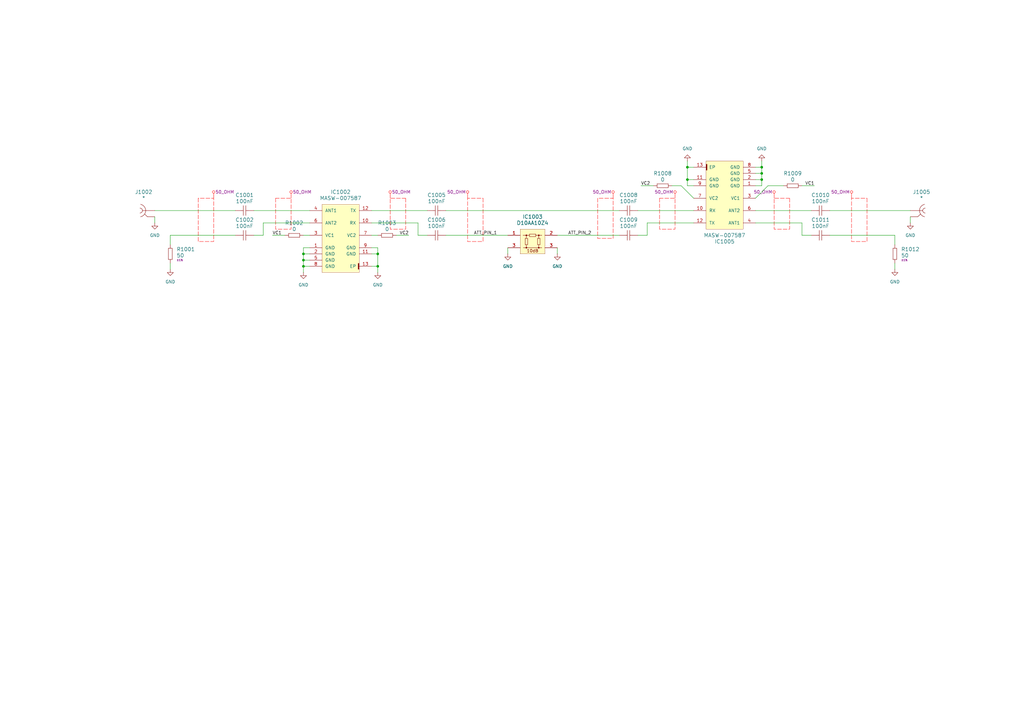
<source format=kicad_sch>
(kicad_sch (version 20250114) (generator "eeschema") (generator_version "9.0")
  (paper "A3")
  (lib_symbols
    (symbol "Analog & Interface/D10AA10Z4_1" (pin_names (offset 1.27) (hide yes))
      (property "Reference" "IC" (at 5.08 1.27 0))
      (property "Value" "${DEVICE}" (at 5.08 -11.43 0))
      (symbol "Analog & Interface/D10AA10Z4_1_1_0"
        (polyline (pts (xy 1.143 -2.54) (xy 2.54 -2.54)))
        (polyline (pts (xy 2.032 -6.35) (xy 2.032 -3.81)))
        (polyline (pts (xy 2.54 -2.54) (xy 2.54 -3.81)))
        (polyline (pts (xy 2.54 -2.54) (xy 3.81 -2.54)))
        (circle (center 2.54 -2.54) (radius 0.254) (fill (type outline)))
        (polyline (pts (xy 2.54 -6.35) (xy 2.54 -7.62)))
        (circle (center 2.54 -7.62) (radius 0.254) (fill (type outline)))
        (polyline (pts (xy 3.048 -3.81) (xy 2.032 -3.81)))
        (polyline (pts (xy 3.048 -6.35) (xy 2.032 -6.35)))
        (polyline (pts (xy 3.048 -6.35) (xy 3.048 -3.81)))
        (polyline (pts (xy 3.81 -2.032) (xy 6.35 -2.032)))
        (polyline (pts (xy 3.81 -3.048) (xy 3.81 -2.032)))
        (polyline (pts (xy 3.81 -3.048) (xy 6.35 -3.048)))
        (polyline (pts (xy 6.35 -2.54) (xy 7.62 -2.54)))
        (polyline (pts (xy 6.35 -3.048) (xy 6.35 -2.032)))
        (polyline (pts (xy 7.112 -6.35) (xy 7.112 -3.81)))
        (polyline (pts (xy 7.493 -2.54) (xy 8.89 -2.54)))
        (polyline (pts (xy 7.62 -2.54) (xy 7.62 -3.81)))
        (circle (center 7.62 -2.54) (radius 0.254) (fill (type outline)))
        (polyline (pts (xy 7.62 -6.35) (xy 7.62 -7.62)))
        (circle (center 7.62 -7.62) (radius 0.254) (fill (type outline)))
        (polyline (pts (xy 8.128 -3.81) (xy 7.112 -3.81)))
        (polyline (pts (xy 8.128 -6.35) (xy 7.112 -6.35)))
        (polyline (pts (xy 8.128 -6.35) (xy 8.128 -3.81)))
        (polyline (pts (xy 8.89 -7.62) (xy 1.27 -7.62)))
        (rectangle (start 10.16 0) (end 0 -10.16) (stroke (width 0.0254) (color 128 0 0 1)) (fill (type background)))
        (text "10dB" (at 5.08 -8.89 0) (effects (font (size 1.2192 1.2192))))
        (pin bidirectional line (at -5.08 -2.54 0) (length 5.08) (name "IN") (number "1"))
        (pin passive line (at -5.08 -7.62 0) (length 5.08) (name "GND") (number "3"))
        (pin bidirectional line (at 15.24 -2.54 180) (length 5.08) (name "OUT") (number "2"))
        (pin passive line (at 15.24 -7.62 180) (length 5.08) (name "GND") (number "3"))
      )
    )
    (symbol "CERN:AMPHENOL/AMPHENOL_132203" (pin_numbers (hide yes)) (pin_names (offset 1.27) (hide yes))
      (property "Reference" "J" (at -6.858 0 0))
      (property "Value" "*" (at -3.048 -3.81 0))
      (symbol "AMPHENOL/AMPHENOL_132203_1_0"
        (arc (start -5.8425 2.5398) (mid -3.76 0) (end -5.8425 -2.5398))
        (arc (start -6.096 1.016) (mid -5.08 0) (end -6.096 -1.016))
        (polyline (pts (xy -3.048 -2.54) (xy -4.115 -1.473)))
        (pin bidirectional line (at 0 0 180) (length 5.08) (name "1") (number "1"))
        (pin bidirectional line (at 0 -2.54 180) (length 3.048) (name "2") (number "2"))
      )
    )
    (symbol "CERN:Analog & Interface/MASW-007587" (pin_names (offset 1.27))
      (property "Reference" "IC" (at 7.62 1.27 0))
      (property "Value" "${DEVICE}" (at 7.62 -29.21 0))
      (symbol "Analog & Interface/MASW-007587_1_0"
        (rectangle (start 15.24 0) (end 0 -27.94) (stroke (width 0.0254) (color 128 0 0 1)) (fill (type background)))
        (rectangle (start 15.24 -24.13) (end 14.732 -26.67) (stroke (width -0.0001) (color 128 0 0 1)) (fill (type outline)))
        (pin bidirectional line (at -5.08 -2.54 0) (length 5.08) (name "ANT1") (number "4"))
        (pin bidirectional line (at -5.08 -7.62 0) (length 5.08) (name "ANT2") (number "6"))
        (pin power_in line (at -5.08 -12.7 0) (length 5.08) (name "VC1") (number "3"))
        (pin power_in line (at -5.08 -17.78 0) (length 5.08) (name "GND") (number "1"))
        (pin power_in line (at -5.08 -20.32 0) (length 5.08) (name "GND") (number "2"))
        (pin power_in line (at -5.08 -22.86 0) (length 5.08) (name "GND") (number "5"))
        (pin power_in line (at -5.08 -25.4 0) (length 5.08) (name "GND") (number "8"))
        (pin input line (at 20.32 -2.54 180) (length 5.08) (name "TX") (number "12"))
        (pin input line (at 20.32 -7.62 180) (length 5.08) (name "RX") (number "10"))
        (pin power_in line (at 20.32 -12.7 180) (length 5.08) (name "VC2") (number "7"))
        (pin power_in line (at 20.32 -17.78 180) (length 5.08) (name "GND") (number "9"))
        (pin power_in line (at 20.32 -20.32 180) (length 5.08) (name "GND") (number "11"))
        (pin power_in line (at 20.32 -25.4 180) (length 5.08) (name "EP") (number "13"))
      )
    )
    (symbol "CERN:Capacitors SMD/CC0402_100NF_50V_10%_X7R" (pin_numbers (hide yes)) (pin_names (offset 1.27) (hide yes))
      (property "Reference" "C" (at 3.81 3.048 0))
      (property "Value" "100nF" (at 3.81 -3.048 0))
      (symbol "Capacitors SMD/CC0402_100NF_50V_10%_X7R_1_0"
        (polyline (pts (xy 2.54 0) (xy 3.302 0)))
        (polyline (pts (xy 3.302 -2.032) (xy 3.302 2.032)))
        (polyline (pts (xy 4.318 2.032) (xy 4.318 -2.032)))
        (polyline (pts (xy 5.08 0) (xy 4.318 0)))
        (pin passive line (at 0 0 0) (length 2.54) (name "1") (number "1"))
        (pin passive line (at 7.62 0 180) (length 2.54) (name "2") (number "2"))
      )
    )
    (symbol "CERN:Resistors SMD/R0603_0R_JUMPER" (pin_numbers (hide yes)) (pin_names (offset 1.27) (hide yes))
      (property "Reference" "R" (at 3.81 1.778 0))
      (property "Value" "0" (at 3.81 -1.778 0))
      (symbol "Resistors SMD/R0603_0R_JUMPER_1_0"
        (polyline (pts (xy 1.524 0.762) (xy 1.524 -0.762)))
        (polyline (pts (xy 1.524 -0.762) (xy 6.096 -0.762)))
        (polyline (pts (xy 6.096 0.762) (xy 1.524 0.762)))
        (polyline (pts (xy 6.096 -0.762) (xy 6.096 0.762)))
        (pin passive line (at 0 0 0) (length 1.524) (name "1") (number "1"))
        (pin passive line (at 7.62 0 180) (length 1.524) (name "2") (number "2"))
      )
    )
    (symbol "CERN:Resistors SMD/R0603_50R_1%_0.1W_100PPM" (pin_numbers (hide yes)) (pin_names (offset 1.27) (hide yes))
      (property "Reference" "R" (at 3.81 1.778 0))
      (property "Value" "50" (at 3.81 -1.778 0))
      (property "Tolerance" "±1%" (at 3.81 0 0))
      (symbol "Resistors SMD/R0603_50R_1%_0.1W_100PPM_1_0"
        (polyline (pts (xy 1.524 0.762) (xy 1.524 -0.762)))
        (polyline (pts (xy 1.524 -0.762) (xy 6.096 -0.762)))
        (polyline (pts (xy 6.096 0.762) (xy 1.524 0.762)))
        (polyline (pts (xy 6.096 -0.762) (xy 6.096 0.762)))
        (pin passive line (at 0 0 0) (length 1.524) (name "1") (number "1"))
        (pin passive line (at 7.62 0 180) (length 1.524) (name "2") (number "2"))
      )
    )
    (symbol "power:GND" (power) (pin_numbers (hide yes)) (pin_names (offset 0) (hide yes))
      (property "Value" "GND" (at 0 -3.81 0))
      (symbol "GND_0_1"
        (polyline (pts (xy 0 0) (xy 0 -1.27) (xy 1.27 -1.27) (xy 0 -2.54) (xy -1.27 -1.27) (xy 0 -1.27)))
      )
      (symbol "GND_1_1"
        (pin power_in line (at 0 0 270) (length 0) (name "~") (number "1"))
      )
    )
  )
  (junction (at 312.42 68.58))
  (junction (at 312.42 71.12))
  (junction (at 281.94 68.58))
  (junction (at 124.46 106.68))
  (junction (at 124.46 109.22))
  (junction (at 154.94 109.22))
  (junction (at 154.94 104.14))
  (junction (at 281.94 73.66))
  (junction (at 124.46 104.14))
  (junction (at 312.42 73.66))
  (wire (pts (xy 171.45 96.52) (xy 171.45 91.44)))
  (wire (pts (xy 367.03 107.95) (xy 367.03 110.49)))
  (wire (pts (xy 312.42 68.58) (xy 312.42 66.04)))
  (wire (pts (xy 104.14 86.36) (xy 127 86.36)))
  (wire (pts (xy 367.03 96.52) (xy 367.03 100.33)))
  (wire (pts (xy 284.48 68.58) (xy 281.94 68.58)))
  (wire (pts (xy 228.6 96.52) (xy 254 96.52)))
  (wire (pts (xy 104.14 96.52) (xy 107.95 96.52)))
  (wire (pts (xy 334.01 76.2) (xy 328.93 76.2)))
  (wire (pts (xy 171.45 91.44) (xy 152.4 91.44)))
  (wire (pts (xy 279.4 76.2) (xy 284.48 81.28)))
  (wire (pts (xy 367.03 96.52) (xy 340.36 96.52)))
  (wire (pts (xy 69.85 96.52) (xy 96.52 96.52)))
  (wire (pts (xy 312.42 68.58) (xy 309.88 68.58)))
  (wire (pts (xy 314.96 76.2) (xy 309.88 81.28)))
  (wire (pts (xy 152.4 101.6) (xy 154.94 101.6)))
  (wire (pts (xy 124.46 106.68) (xy 124.46 109.22)))
  (wire (pts (xy 332.74 96.52) (xy 328.93 96.52)))
  (wire (pts (xy 265.43 91.44) (xy 284.48 91.44)))
  (wire (pts (xy 63.5 86.36) (xy 96.52 86.36)))
  (wire (pts (xy 328.93 96.52) (xy 328.93 91.44)))
  (wire (pts (xy 284.48 76.2) (xy 281.94 76.2)))
  (wire (pts (xy 281.94 73.66) (xy 281.94 68.58)))
  (wire (pts (xy 69.85 107.95) (xy 69.85 110.49)))
  (wire (pts (xy 312.42 76.2) (xy 312.42 73.66)))
  (wire (pts (xy 328.93 91.44) (xy 309.88 91.44)))
  (wire (pts (xy 154.94 109.22) (xy 154.94 111.76)))
  (wire (pts (xy 373.38 88.9) (xy 373.38 91.44)))
  (wire (pts (xy 63.5 88.9) (xy 63.5 91.44)))
  (wire (pts (xy 107.95 91.44) (xy 127 91.44)))
  (wire (pts (xy 124.46 101.6) (xy 124.46 104.14)))
  (wire (pts (xy 152.4 96.52) (xy 154.94 96.52)))
  (wire (pts (xy 312.42 73.66) (xy 309.88 73.66)))
  (wire (pts (xy 124.46 96.52) (xy 127 96.52)))
  (wire (pts (xy 124.46 106.68) (xy 127 106.68)))
  (wire (pts (xy 265.43 96.52) (xy 265.43 91.44)))
  (wire (pts (xy 261.62 86.36) (xy 284.48 86.36)))
  (wire (pts (xy 124.46 109.22) (xy 127 109.22)))
  (wire (pts (xy 124.46 109.22) (xy 124.46 111.76)))
  (wire (pts (xy 111.76 96.52) (xy 116.84 96.52)))
  (wire (pts (xy 162.56 96.52) (xy 167.64 96.52)))
  (wire (pts (xy 182.88 86.36) (xy 254 86.36)))
  (wire (pts (xy 152.4 104.14) (xy 154.94 104.14)))
  (wire (pts (xy 69.85 96.52) (xy 69.85 100.33)))
  (wire (pts (xy 152.4 109.22) (xy 154.94 109.22)))
  (wire (pts (xy 208.28 101.6) (xy 208.28 104.14)))
  (wire (pts (xy 175.26 86.36) (xy 152.4 86.36)))
  (wire (pts (xy 154.94 104.14) (xy 154.94 109.22)))
  (wire (pts (xy 182.88 96.52) (xy 208.28 96.52)))
  (wire (pts (xy 309.88 76.2) (xy 312.42 76.2)))
  (wire (pts (xy 127 101.6) (xy 124.46 101.6)))
  (wire (pts (xy 281.94 76.2) (xy 281.94 73.66)))
  (wire (pts (xy 314.96 76.2) (xy 321.31 76.2)))
  (wire (pts (xy 175.26 96.52) (xy 171.45 96.52)))
  (wire (pts (xy 267.97 76.2) (xy 262.89 76.2)))
  (wire (pts (xy 124.46 104.14) (xy 127 104.14)))
  (wire (pts (xy 312.42 73.66) (xy 312.42 71.12)))
  (wire (pts (xy 124.46 104.14) (xy 124.46 106.68)))
  (wire (pts (xy 228.6 101.6) (xy 228.6 104.14)))
  (wire (pts (xy 373.38 86.36) (xy 340.36 86.36)))
  (wire (pts (xy 312.42 71.12) (xy 309.88 71.12)))
  (wire (pts (xy 312.42 71.12) (xy 312.42 68.58)))
  (wire (pts (xy 107.95 96.52) (xy 107.95 91.44)))
  (wire (pts (xy 332.74 86.36) (xy 309.88 86.36)))
  (wire (pts (xy 281.94 68.58) (xy 281.94 66.04)))
  (wire (pts (xy 261.62 96.52) (xy 265.43 96.52)))
  (wire (pts (xy 154.94 101.6) (xy 154.94 104.14)))
  (wire (pts (xy 284.48 73.66) (xy 281.94 73.66)))
  (wire (pts (xy 275.59 76.2) (xy 279.4 76.2)))
  (label "ATT_PIN_1" (at 194.31 96.52 0))
  (label "ATT_PIN_2" (at 242.57 96.52 180))
  (label "VC2" (at 167.64 96.52 180))
  (label "VC1" (at 111.76 96.52 0))
  (label "VC1" (at 334.01 76.2 180))
  (label "VC2" (at 262.89 76.2 0))
  (rule_area (polyline (pts (xy 198.12 81.28) (xy 198.12 99.06) (xy 191.77 99.06) (xy 191.77 81.28)) (stroke (width 0) (type dash))))
  (rule_area (polyline (pts (xy 113.03 81.28) (xy 113.03 93.98) (xy 119.38 93.98) (xy 119.38 81.28)) (stroke (width 0) (type dash))))
  (rule_area (polyline (pts (xy 323.85 81.28) (xy 323.85 93.98) (xy 317.5 93.98) (xy 317.5 81.28)) (stroke (width 0) (type dash))))
  (rule_area (polyline (pts (xy 270.51 81.28) (xy 270.51 93.98) (xy 276.86 93.98) (xy 276.86 81.28)) (stroke (width 0) (type dash))))
  (rule_area (polyline (pts (xy 245.11 81.28) (xy 245.11 97.79) (xy 251.46 97.79) (xy 251.46 81.28)) (stroke (width 0) (type dash))))
  (rule_area (polyline (pts (xy 355.6 81.28) (xy 355.6 99.06) (xy 349.25 99.06) (xy 349.25 81.28)) (stroke (width 0) (type dash))))
  (rule_area (polyline (pts (xy 81.28 81.28) (xy 81.28 99.06) (xy 87.63 99.06) (xy 87.63 81.28)) (stroke (width 0) (type dash))))
  (rule_area (polyline (pts (xy 166.37 81.28) (xy 166.37 93.98) (xy 160.02 93.98) (xy 160.02 81.28)) (stroke (width 0) (type dash))))
  (netclass_flag "" (length 2.54) (shape round) (at 251.46 81.28 0) (property "Netclass" "50_OHM" (at 250.7615 78.74 0) (effects (justify right))))
  (netclass_flag "" (length 2.54) (shape round) (at 191.77 81.28 0) (property "Netclass" "50_OHM" (at 191.0715 78.74 0) (effects (justify right))))
  (netclass_flag "" (length 2.54) (shape round) (at 317.5 81.28 0) (property "Netclass" "50_OHM" (at 316.8015 78.74 0) (effects (justify right))))
  (netclass_flag "" (length 2.54) (shape round) (at 349.25 81.28 0) (property "Netclass" "50_OHM" (at 348.5515 78.74 0) (effects (justify right))))
  (netclass_flag "" (length 2.54) (shape round) (at 87.63 81.28 0) (property "Netclass" "50_OHM" (at 88.3285 78.74 0) (effects (justify left))))
  (netclass_flag "" (length 2.54) (shape round) (at 276.86 81.28 0) (property "Netclass" "50_OHM" (at 276.1615 78.74 0) (effects (justify right))))
  (netclass_flag "" (length 2.54) (shape round) (at 160.02 81.28 0) (property "Netclass" "50_OHM" (at 160.7185 78.74 0) (effects (justify left))))
  (netclass_flag "" (length 2.54) (shape round) (at 119.38 81.28 0) (property "Netclass" "50_OHM" (at 120.0785 78.74 0) (effects (justify left))))
  (symbol (lib_id "CERN:Capacitors SMD/CC0402_100NF_50V_10%_X7R") (at 96.52 96.52 0) (unit 1)
    (property "Reference" "C1002" (at 100.33 90.17 0) (effects (font (size 1.524 1.524))))
    (property "Value" "100nF" (at 100.33 92.71 0) (effects (font (size 1.524 1.524))))
    (property "Footprint" "Capacitors SMD:CAPC1005X55N" (effects (hide yes)))
    (property "Datasheet" "${CERN_DATASHEET_DIR}\\CC0402_MURATA_GRM155R71H104KE14D.pdf" (effects (hide yes)))
    (property "Description" "SMD Multilayer Chip Ceramic Capacitor" (effects (hide yes)))
    (property "Manufacturer" "GENERIC" (effects (hide yes)))
    (property "Part Number" "CC0402_100NF_50V_10%_X7R" (effects (hide yes)))
    (property "Comment" "100nF" (effects (hide yes)))
    (property "Component Kind" "Standard" (effects (hide yes)))
    (property "Component Type" "Standard" (effects (hide yes)))
    (property "Pin Count" "2" (effects (hide yes)))
    (property "Status" "None" (effects (hide yes)))
    (property "Voltage" "50V" (effects (hide yes)))
    (property "TC" "X7R" (effects (hide yes)))
    (property "Tolerance" "±10%" (effects (hide yes)))
    (property "Part Description" "SMD Multilayer Chip Ceramic Capacitor" (effects (hide yes)))
    (property "Manufacturer Part Number" "CC0402_100NF_50V_10%_X7R" (effects (hide yes)))
    (property "Case" "0402" (effects (hide yes)))
    (property "Mounted" "Yes" (effects (hide yes)))
    (property "Socket" "No" (effects (hide yes)))
    (property "SMD" "Yes" (effects (hide yes)))
    (property "Sense" "No" (effects (hide yes)))
    (property "Manufacturer1 Example" "MURATA" (effects (hide yes)))
    (property "Manufacturer1 Part Number" "GRM155R71H104KE14D" (effects (hide yes)))
    (property "Manufacturer1 ComponentHeight" "0.55mm" (effects (hide yes)))
    (property "HelpURL" "\\\\cern.ch\\dfs\\Applications\\Altium\\Datasheets\\CC0402_MURATA_GRM155R71H104KE14D.pdf" (effects (hide yes)))
    (property "Author" "CERN DEM MR" (effects (hide yes)))
    (property "CreateDate" "2017-06-30 00:00:00 +0000" (effects (hide yes)))
    (property "LatestRevisionDate" "2017-06-30 00:00:00 +0000" (effects (hide yes)))
    (property "LibSymbol" "Capacitors:Capacitor - non polarized" (effects (hide yes)))
    (property "LibFootprint" "Capacitors SMD:CAPC1005X55N" (effects (hide yes)))
    (property "Database Name" "Capacitors" (effects (hide yes)))
    (property "Database Table Name" "Capacitors SMD" (effects (hide yes)))
    (property "Part Number Nocolon" "CC0402_100NF_50V_10%_X7R" (effects (hide yes)))
  )
  (symbol (lib_id "CERN:Resistors SMD/R0603_50R_1%_0.1W_100PPM") (at 367.03 100.33 270) (unit 1)
    (property "Reference" "R1012" (at 369.57 102.2349 90) (effects (font (size 1.524 1.524)) (justify left)))
    (property "Value" "50" (at 369.57 104.7749 90) (effects (font (size 1.524 1.524)) (justify left)))
    (property "Footprint" "Resistors SMD:RESC1608X55N" (effects (hide yes)))
    (property "Datasheet" "${CERN_DATASHEET_DIR}\\R0603_VISHAY_CRCW e3.pdf" (effects (hide yes)))
    (property "Description" "General Purpose Thick Film Chip Resistor" (effects (hide yes)))
    (property "Tolerance" "±1%" (at 369.57 106.68 90) (effects (font (size 0.762 0.762)) (justify left)))
    (property "Manufacturer" "GENERIC" (effects (hide yes)))
    (property "Comment" "50" (effects (hide yes)))
    (property "Component Kind" "Standard" (effects (hide yes)))
    (property "Component Type" "Standard" (effects (hide yes)))
    (property "Pin Count" "2" (effects (hide yes)))
    (property "Status" "Preferred" (effects (hide yes)))
    (property "Power" "0.1W" (effects (hide yes)))
    (property "TC" "±100ppm/°C" (effects (hide yes)))
    (property "Part Description" "General Purpose Thick Film Chip Resistor" (effects (hide yes)))
    (property "Manufacturer Part Number" "R0603_50R_1%_0.1W_100PPM" (effects (hide yes)))
    (property "Case" "0603" (effects (hide yes)))
    (property "PressFit" "No" (effects (hide yes)))
    (property "Mounted" "Yes" (effects (hide yes)))
    (property "Sense" "No" (effects (hide yes)))
    (property "Socket" "No" (effects (hide yes)))
    (property "SMD" "Yes" (effects (hide yes)))
    (property "Manufacturer1 Example" "VISHAY" (effects (hide yes)))
    (property "Manufacturer1 Part Number" "CRCW060350R0FKEA" (effects (hide yes)))
    (property "Manufacturer1 ComponentHeight" "0.50mm" (effects (hide yes)))
    (property "HelpURL" "\\\\cern.ch\\dfs\\Applications\\Altium\\Datasheets\\R0603_VISHAY_CRCW e3.pdf" (effects (hide yes)))
    (property "Author" "CERN DEM MR" (effects (hide yes)))
    (property "CreateDate" "2017-09-08 00:00:00 +0000" (effects (hide yes)))
    (property "LatestRevisionDate" "2017-09-08 00:00:00 +0000" (effects (hide yes)))
    (property "LibSymbol" "Resistors:Resistor - 1%" (effects (hide yes)))
    (property "LibFootprint" "Resistors SMD:RESC1608X55N" (effects (hide yes)))
  )
  (symbol (lib_id "power:GND") (at 367.03 110.49 0) (unit 1)
    (property "Reference" "#PWR01033" (effects (hide yes)))
    (property "Value" "GND" (at 367.03 115.57 0))
    (property "Description" "Power symbol creates a global label with name \"GND\" , ground" (effects (hide yes)))
  )
  (symbol (lib_id "CERN:AMPHENOL/AMPHENOL_132203") (at 63.5 86.36 0) (unit 1)
    (property "Reference" "J1002" (at 58.928 78.74 0) (effects (font (size 1.524 1.524))))
    (property "Value" "*" (at 58.928 81.28 0) (effects (font (size 1.524 1.524))))
    (property "Footprint" "AMPHENOL THD:AMPHENOL_132203" (effects (hide yes)))
    (property "Datasheet" "${CERN_DATASHEET_DIR}\\AMPHENOL_132203.pdf" (effects (hide yes)))
    (property "Description" "50 Ohms SMA Through Hole Right Angle PCB Jack" (effects (hide yes)))
    (property "Manufacturer" "AMPHENOL" (effects (hide yes)))
    (property "Comment" "SMA" (effects (hide yes)))
    (property "Component Kind" "Standard" (effects (hide yes)))
    (property "Component Type" "Standard" (effects (hide yes)))
    (property "Pin Count" "5" (effects (hide yes)))
    (property "Family" "SMA" (effects (hide yes)))
    (property "Mounted" "Yes" (effects (hide yes)))
    (property "Socket" "No" (effects (hide yes)))
    (property "SMD" "No" (effects (hide yes)))
    (property "PressFit" "No" (effects (hide yes)))
    (property "Sense" "No" (effects (hide yes)))
    (property "Status" "None" (effects (hide yes)))
    (property "Part Description" "50 Ohms SMA Through Hole Right Angle PCB Jack" (effects (hide yes)))
    (property "Manufacturer Part Number" "132203" (effects (hide yes)))
    (property "ComponentHeight" "10.44mm" (effects (hide yes)))
    (property "HelpURL" "\\\\cern.ch\\dfs\\Applications\\Altium\\Datasheets\\AMPHENOL_132203.pdf" (effects (hide yes)))
    (property "Author" "CERN DEM MR" (effects (hide yes)))
    (property "CreateDate" "2016-10-06 00:00:00 +0000" (effects (hide yes)))
    (property "LatestRevisionDate" "2016-10-06 00:00:00 +0000" (effects (hide yes)))
    (property "LibSymbol" "Connectors:Coax_1Female_1Shield" (effects (hide yes)))
    (property "LibFootprint" "AMPHENOL THD:AMPHENOL_132203" (effects (hide yes)))
  )
  (symbol (lib_id "CERN:Resistors SMD/R0603_0R_JUMPER") (at 116.84 96.52 0) (unit 1)
    (property "Reference" "R1002" (at 120.65 91.44 0) (effects (font (size 1.524 1.524))))
    (property "Value" "0" (at 120.65 93.98 0) (effects (font (size 1.524 1.524))))
    (property "Footprint" "Resistors SMD:RESC1608X55N" (effects (hide yes)))
    (property "Datasheet" "${CERN_DATASHEET_DIR}\\R0603_NIC_NRC.pdf" (effects (hide yes)))
    (property "Description" "1A (0.05R Max DC Resistance) Zero Ohm Jumper" (effects (hide yes)))
    (property "Manufacturer" "GENERIC" (effects (hide yes)))
    (property "Part Number" "R0603_0R_JUMPER" (effects (hide yes)))
    (property "Comment" "0" (effects (hide yes)))
    (property "Component Kind" "Standard" (effects (hide yes)))
    (property "Component Type" "Standard" (effects (hide yes)))
    (property "Pin Count" "2" (effects (hide yes)))
    (property "Status" "Preferred" (effects (hide yes)))
    (property "Part Description" "1A (0.05R Max DC Resistance) Zero Ohm Jumper" (effects (hide yes)))
    (property "Manufacturer Part Number" "R0603_0R_JUMPER" (effects (hide yes)))
    (property "Case" "0603" (effects (hide yes)))
    (property "PressFit" "No" (effects (hide yes)))
    (property "Mounted" "Yes" (effects (hide yes)))
    (property "Sense" "No" (effects (hide yes)))
    (property "Socket" "No" (effects (hide yes)))
    (property "SMD" "Yes" (effects (hide yes)))
    (property "Manufacturer1 Example" "NIC COMPONENT" (effects (hide yes)))
    (property "Manufacturer1 Part Number" "NRC06Z0" (effects (hide yes)))
    (property "Manufacturer1 ComponentHeight" "0.55mm" (effects (hide yes)))
    (property "HelpURL" "\\\\cern.ch\\dfs\\Applications\\Altium\\Datasheets\\R0603_NIC_NRC.pdf" (effects (hide yes)))
    (property "Author" "CERN DEM JLC" (effects (hide yes)))
    (property "CreateDate" "2007-12-03 00:00:00 +0000" (effects (hide yes)))
    (property "LatestRevisionDate" "2008-03-13 00:00:00 +0000" (effects (hide yes)))
    (property "LibSymbol" "Resistors:Resistor" (effects (hide yes)))
    (property "LibFootprint" "Resistors SMD:RESC1608X55N" (effects (hide yes)))
    (property "Database Name" "Resistors" (effects (hide yes)))
    (property "Database Table Name" "Resistors SMD" (effects (hide yes)))
    (property "Part Number Nocolon" "R0603_0R_JUMPER" (effects (hide yes)))
  )
  (symbol (lib_id "CERN:Resistors SMD/R0603_0R_JUMPER") (at 267.97 76.2 0) (unit 1)
    (property "Reference" "R1008" (at 271.78 71.12 0) (effects (font (size 1.524 1.524))))
    (property "Value" "0" (at 271.78 73.66 0) (effects (font (size 1.524 1.524))))
    (property "Footprint" "Resistors SMD:RESC1608X55N" (effects (hide yes)))
    (property "Datasheet" "${CERN_DATASHEET_DIR}\\R0603_NIC_NRC.pdf" (effects (hide yes)))
    (property "Description" "1A (0.05R Max DC Resistance) Zero Ohm Jumper" (effects (hide yes)))
    (property "Manufacturer" "GENERIC" (effects (hide yes)))
    (property "Part Number" "R0603_0R_JUMPER" (effects (hide yes)))
    (property "Comment" "0" (effects (hide yes)))
    (property "Component Kind" "Standard" (effects (hide yes)))
    (property "Component Type" "Standard" (effects (hide yes)))
    (property "Pin Count" "2" (effects (hide yes)))
    (property "Status" "Preferred" (effects (hide yes)))
    (property "Part Description" "1A (0.05R Max DC Resistance) Zero Ohm Jumper" (effects (hide yes)))
    (property "Manufacturer Part Number" "R0603_0R_JUMPER" (effects (hide yes)))
    (property "Case" "0603" (effects (hide yes)))
    (property "PressFit" "No" (effects (hide yes)))
    (property "Mounted" "Yes" (effects (hide yes)))
    (property "Sense" "No" (effects (hide yes)))
    (property "Socket" "No" (effects (hide yes)))
    (property "SMD" "Yes" (effects (hide yes)))
    (property "Manufacturer1 Example" "NIC COMPONENT" (effects (hide yes)))
    (property "Manufacturer1 Part Number" "NRC06Z0" (effects (hide yes)))
    (property "Manufacturer1 ComponentHeight" "0.55mm" (effects (hide yes)))
    (property "HelpURL" "\\\\cern.ch\\dfs\\Applications\\Altium\\Datasheets\\R0603_NIC_NRC.pdf" (effects (hide yes)))
    (property "Author" "CERN DEM JLC" (effects (hide yes)))
    (property "CreateDate" "2007-12-03 00:00:00 +0000" (effects (hide yes)))
    (property "LatestRevisionDate" "2008-03-13 00:00:00 +0000" (effects (hide yes)))
    (property "LibSymbol" "Resistors:Resistor" (effects (hide yes)))
    (property "LibFootprint" "Resistors SMD:RESC1608X55N" (effects (hide yes)))
    (property "Database Name" "Resistors" (effects (hide yes)))
    (property "Database Table Name" "Resistors SMD" (effects (hide yes)))
    (property "Part Number Nocolon" "R0603_0R_JUMPER" (effects (hide yes)))
  )
  (symbol (lib_id "CERN:Capacitors SMD/CC0402_100NF_50V_10%_X7R") (at 96.52 86.36 0) (unit 1)
    (property "Reference" "C1001" (at 100.33 80.01 0) (effects (font (size 1.524 1.524))))
    (property "Value" "100nF" (at 100.33 82.55 0) (effects (font (size 1.524 1.524))))
    (property "Footprint" "Capacitors SMD:CAPC1005X55N" (effects (hide yes)))
    (property "Datasheet" "${CERN_DATASHEET_DIR}\\CC0402_MURATA_GRM155R71H104KE14D.pdf" (effects (hide yes)))
    (property "Description" "SMD Multilayer Chip Ceramic Capacitor" (effects (hide yes)))
    (property "Manufacturer" "GENERIC" (effects (hide yes)))
    (property "Part Number" "CC0402_100NF_50V_10%_X7R" (effects (hide yes)))
    (property "Comment" "100nF" (effects (hide yes)))
    (property "Component Kind" "Standard" (effects (hide yes)))
    (property "Component Type" "Standard" (effects (hide yes)))
    (property "Pin Count" "2" (effects (hide yes)))
    (property "Status" "None" (effects (hide yes)))
    (property "Voltage" "50V" (effects (hide yes)))
    (property "TC" "X7R" (effects (hide yes)))
    (property "Tolerance" "±10%" (effects (hide yes)))
    (property "Part Description" "SMD Multilayer Chip Ceramic Capacitor" (effects (hide yes)))
    (property "Manufacturer Part Number" "CC0402_100NF_50V_10%_X7R" (effects (hide yes)))
    (property "Case" "0402" (effects (hide yes)))
    (property "Mounted" "Yes" (effects (hide yes)))
    (property "Socket" "No" (effects (hide yes)))
    (property "SMD" "Yes" (effects (hide yes)))
    (property "Sense" "No" (effects (hide yes)))
    (property "Manufacturer1 Example" "MURATA" (effects (hide yes)))
    (property "Manufacturer1 Part Number" "GRM155R71H104KE14D" (effects (hide yes)))
    (property "Manufacturer1 ComponentHeight" "0.55mm" (effects (hide yes)))
    (property "HelpURL" "\\\\cern.ch\\dfs\\Applications\\Altium\\Datasheets\\CC0402_MURATA_GRM155R71H104KE14D.pdf" (effects (hide yes)))
    (property "Author" "CERN DEM MR" (effects (hide yes)))
    (property "CreateDate" "2017-06-30 00:00:00 +0000" (effects (hide yes)))
    (property "LatestRevisionDate" "2017-06-30 00:00:00 +0000" (effects (hide yes)))
    (property "LibSymbol" "Capacitors:Capacitor - non polarized" (effects (hide yes)))
    (property "LibFootprint" "Capacitors SMD:CAPC1005X55N" (effects (hide yes)))
    (property "Database Name" "Capacitors" (effects (hide yes)))
    (property "Database Table Name" "Capacitors SMD" (effects (hide yes)))
    (property "Part Number Nocolon" "CC0402_100NF_50V_10%_X7R" (effects (hide yes)))
  )
  (symbol (lib_id "power:GND") (at 63.5 91.44 0) (unit 1)
    (property "Reference" "#PWR01002" (effects (hide yes)))
    (property "Value" "GND" (at 63.5 96.52 0))
    (property "Description" "Power symbol creates a global label with name \"GND\" , ground" (effects (hide yes)))
  )
  (symbol (lib_id "CERN:Capacitors SMD/CC0402_100NF_50V_10%_X7R") (at 332.74 86.36 0) (unit 1)
    (property "Reference" "C1010" (at 336.55 80.01 0) (effects (font (size 1.524 1.524))))
    (property "Value" "100nF" (at 336.55 82.55 0) (effects (font (size 1.524 1.524))))
    (property "Footprint" "Capacitors SMD:CAPC1005X55N" (effects (hide yes)))
    (property "Datasheet" "${CERN_DATASHEET_DIR}\\CC0402_MURATA_GRM155R71H104KE14D.pdf" (effects (hide yes)))
    (property "Description" "SMD Multilayer Chip Ceramic Capacitor" (effects (hide yes)))
    (property "Manufacturer" "GENERIC" (effects (hide yes)))
    (property "Part Number" "CC0402_100NF_50V_10%_X7R" (effects (hide yes)))
    (property "Comment" "100nF" (effects (hide yes)))
    (property "Component Kind" "Standard" (effects (hide yes)))
    (property "Component Type" "Standard" (effects (hide yes)))
    (property "Pin Count" "2" (effects (hide yes)))
    (property "Status" "None" (effects (hide yes)))
    (property "Voltage" "50V" (effects (hide yes)))
    (property "TC" "X7R" (effects (hide yes)))
    (property "Tolerance" "±10%" (effects (hide yes)))
    (property "Part Description" "SMD Multilayer Chip Ceramic Capacitor" (effects (hide yes)))
    (property "Manufacturer Part Number" "CC0402_100NF_50V_10%_X7R" (effects (hide yes)))
    (property "Case" "0402" (effects (hide yes)))
    (property "Mounted" "Yes" (effects (hide yes)))
    (property "Socket" "No" (effects (hide yes)))
    (property "SMD" "Yes" (effects (hide yes)))
    (property "Sense" "No" (effects (hide yes)))
    (property "Manufacturer1 Example" "MURATA" (effects (hide yes)))
    (property "Manufacturer1 Part Number" "GRM155R71H104KE14D" (effects (hide yes)))
    (property "Manufacturer1 ComponentHeight" "0.55mm" (effects (hide yes)))
    (property "HelpURL" "\\\\cern.ch\\dfs\\Applications\\Altium\\Datasheets\\CC0402_MURATA_GRM155R71H104KE14D.pdf" (effects (hide yes)))
    (property "Author" "CERN DEM MR" (effects (hide yes)))
    (property "CreateDate" "2017-06-30 00:00:00 +0000" (effects (hide yes)))
    (property "LatestRevisionDate" "2017-06-30 00:00:00 +0000" (effects (hide yes)))
    (property "LibSymbol" "Capacitors:Capacitor - non polarized" (effects (hide yes)))
    (property "LibFootprint" "Capacitors SMD:CAPC1005X55N" (effects (hide yes)))
    (property "Database Name" "Capacitors" (effects (hide yes)))
    (property "Database Table Name" "Capacitors SMD" (effects (hide yes)))
    (property "Part Number Nocolon" "CC0402_100NF_50V_10%_X7R" (effects (hide yes)))
  )
  (symbol (lib_id "CERN:Analog & Interface/MASW-007587") (at 132.08 83.82 0) (unit 1)
    (property "Reference" "IC1002" (at 139.7 78.74 0) (effects (font (size 1.524 1.524))))
    (property "Value" "${DEVICE}" (at 139.7 81.28 0) (effects (font (size 1.524 1.524))))
    (property "Footprint" "ICs And Semiconductors SMD:QFN50P300X300X100-13N-S125" (effects (hide yes)))
    (property "Datasheet" "${CERN_DATASHEET_DIR}\\MASW-007587.pdf" (effects (hide yes)))
    (property "Description" "High Power GaAs DPDT Diversity Switch DC-4.0 GHz" (effects (hide yes)))
    (property "Manufacturer" "MACOM" (effects (hide yes)))
    (property "Comment" "MASW-007587" (effects (hide yes)))
    (property "Component Kind" "Standard" (effects (hide yes)))
    (property "Component Type" "Standard" (effects (hide yes)))
    (property "Device" "MASW-007587" (effects (hide yes)))
    (property "PackageDescription" "QFN, 0.50mm Pitch, Square; 12 Pin, 3.00mm L X 3.00mm W X 1.00mm H body (w/Thermal Tab 1.25 X 1.25mm), IPC Medium Density" (effects (hide yes)))
    (property "Part Description" "High Power GaAs DPDT Diversity Switch DC-4.0 GHz" (effects (hide yes)))
    (property "Manufacturer Part Number" "MASW-007587" (effects (hide yes)))
    (property "Pin Count" "13" (effects (hide yes)))
    (property "Case" "QFN12" (effects (hide yes)))
    (property "Mounted" "Yes" (effects (hide yes)))
    (property "Socket" "No" (effects (hide yes)))
    (property "SMD" "Yes" (effects (hide yes)))
    (property "PressFit" "No" (effects (hide yes)))
    (property "Sense" "No" (effects (hide yes)))
    (property "Bonding" "No" (effects (hide yes)))
    (property "ComponentHeight" "1mm" (effects (hide yes)))
    (property "Author" "CERN DEM MR" (effects (hide yes)))
    (property "HelpURL" "\\\\cern.ch\\dfs\\Applications\\Altium\\Datasheets\\MASW-007587.pdf" (effects (hide yes)))
    (property "CreateDate" "2016-02-05 00:00:00 +0000" (effects (hide yes)))
    (property "LatestRevisionDate" "2016-02-05 00:00:00 +0000" (effects (hide yes)))
    (property "LibSymbol" "Analog & Interface:MASW-007587" (effects (hide yes)))
    (property "LibFootprint" "ICs And Semiconductors SMD:QFN50P300X300X100-13N-S125" (effects (hide yes)))
  )
  (symbol (lib_name "Analog & Interface/D10AA10Z4_1") (lib_id "CERN:Analog & Interface/D10AA10Z4") (at 213.36 93.98 0) (unit 1)
    (property "Reference" "IC1003" (at 218.44 88.9 0) (effects (font (size 1.524 1.524))))
    (property "Value" "${DEVICE}" (at 218.44 91.44 0) (effects (font (size 1.524 1.524))))
    (property "Footprint" "ICs And Semiconductors SMD:ANAREN_D10AAxxZ4" (effects (hide yes)))
    (property "Datasheet" "${CERN_DATASHEET_DIR}\\D10AAXXZ4.pdf" (effects (hide yes)))
    (property "Description" "DC to 4GHz, 10W, 50 Ohm, 10dB, High Performance Alumina Attenuator" (effects (hide yes)))
    (property "Manufacturer" "ANAREN" (effects (hide yes)))
    (property "Comment" "D10AA10Z4" (effects (hide yes)))
    (property "Component Kind" "Standard" (effects (hide yes)))
    (property "Component Type" "Standard" (effects (hide yes)))
    (property "Device" "D10AA10Z4" (effects (hide yes)))
    (property "PackageDescription" "ANAREN D10AAxxZ4, 3 Pin Attenuator, Size 2010, 5.08mm L x W 2.54mm W x 0.635mm H body" (effects (hide yes)))
    (property "Part Description" "DC to 4GHz, 10W, 50 Ohm, 10dB, High Performance Alumina Attenuator" (effects (hide yes)))
    (property "Manufacturer Part Number" "D10AA10Z4" (effects (hide yes)))
    (property "Pin Count" "3" (effects (hide yes)))
    (property "Mounted" "Yes" (effects (hide yes)))
    (property "Socket" "No" (effects (hide yes)))
    (property "SMD" "Yes" (effects (hide yes)))
    (property "PressFit" "No" (effects (hide yes)))
    (property "Sense" "No" (effects (hide yes)))
    (property "Bonding" "No" (effects (hide yes)))
    (property "ComponentHeight" "0.635mm" (effects (hide yes)))
    (property "Author" "CERN DEM BC" (effects (hide yes)))
    (property "HelpURL" "\\\\cern.ch\\dfs\\Applications\\Altium\\Datasheets\\D10AAXXZ4.pdf" (effects (hide yes)))
    (property "CreateDate" "2020-11-05 00:00:00 +0000" (effects (hide yes)))
    (property "LatestRevisionDate" "2020-11-05 00:00:00 +0000" (effects (hide yes)))
    (property "LibSymbol" "Analog & Interface:D10AA10Z4" (effects (hide yes)))
    (property "LibFootprint" "ICs And Semiconductors SMD:ANAREN_D10AAxxZ4" (effects (hide yes)))
  )
  (symbol (lib_id "CERN:Capacitors SMD/CC0402_100NF_50V_10%_X7R") (at 254 96.52 0) (unit 1)
    (property "Reference" "C1009" (at 257.81 90.17 0) (effects (font (size 1.524 1.524))))
    (property "Value" "100nF" (at 257.81 92.71 0) (effects (font (size 1.524 1.524))))
    (property "Footprint" "Capacitors SMD:CAPC1005X55N" (effects (hide yes)))
    (property "Datasheet" "${CERN_DATASHEET_DIR}\\CC0402_MURATA_GRM155R71H104KE14D.pdf" (effects (hide yes)))
    (property "Description" "SMD Multilayer Chip Ceramic Capacitor" (effects (hide yes)))
    (property "Manufacturer" "GENERIC" (effects (hide yes)))
    (property "Part Number" "CC0402_100NF_50V_10%_X7R" (effects (hide yes)))
    (property "Comment" "100nF" (effects (hide yes)))
    (property "Component Kind" "Standard" (effects (hide yes)))
    (property "Component Type" "Standard" (effects (hide yes)))
    (property "Pin Count" "2" (effects (hide yes)))
    (property "Status" "None" (effects (hide yes)))
    (property "Voltage" "50V" (effects (hide yes)))
    (property "TC" "X7R" (effects (hide yes)))
    (property "Tolerance" "±10%" (effects (hide yes)))
    (property "Part Description" "SMD Multilayer Chip Ceramic Capacitor" (effects (hide yes)))
    (property "Manufacturer Part Number" "CC0402_100NF_50V_10%_X7R" (effects (hide yes)))
    (property "Case" "0402" (effects (hide yes)))
    (property "Mounted" "Yes" (effects (hide yes)))
    (property "Socket" "No" (effects (hide yes)))
    (property "SMD" "Yes" (effects (hide yes)))
    (property "Sense" "No" (effects (hide yes)))
    (property "Manufacturer1 Example" "MURATA" (effects (hide yes)))
    (property "Manufacturer1 Part Number" "GRM155R71H104KE14D" (effects (hide yes)))
    (property "Manufacturer1 ComponentHeight" "0.55mm" (effects (hide yes)))
    (property "HelpURL" "\\\\cern.ch\\dfs\\Applications\\Altium\\Datasheets\\CC0402_MURATA_GRM155R71H104KE14D.pdf" (effects (hide yes)))
    (property "Author" "CERN DEM MR" (effects (hide yes)))
    (property "CreateDate" "2017-06-30 00:00:00 +0000" (effects (hide yes)))
    (property "LatestRevisionDate" "2017-06-30 00:00:00 +0000" (effects (hide yes)))
    (property "LibSymbol" "Capacitors:Capacitor - non polarized" (effects (hide yes)))
    (property "LibFootprint" "Capacitors SMD:CAPC1005X55N" (effects (hide yes)))
    (property "Database Name" "Capacitors" (effects (hide yes)))
    (property "Database Table Name" "Capacitors SMD" (effects (hide yes)))
    (property "Part Number Nocolon" "CC0402_100NF_50V_10%_X7R" (effects (hide yes)))
  )
  (symbol (lib_id "CERN:Resistors SMD/R0603_0R_JUMPER") (at 154.94 96.52 0) (unit 1)
    (property "Reference" "R1003" (at 158.75 91.44 0) (effects (font (size 1.524 1.524))))
    (property "Value" "0" (at 158.75 93.98 0) (effects (font (size 1.524 1.524))))
    (property "Footprint" "Resistors SMD:RESC1608X55N" (effects (hide yes)))
    (property "Datasheet" "${CERN_DATASHEET_DIR}\\R0603_NIC_NRC.pdf" (effects (hide yes)))
    (property "Description" "1A (0.05R Max DC Resistance) Zero Ohm Jumper" (effects (hide yes)))
    (property "Manufacturer" "GENERIC" (effects (hide yes)))
    (property "Part Number" "R0603_0R_JUMPER" (effects (hide yes)))
    (property "Comment" "0" (effects (hide yes)))
    (property "Component Kind" "Standard" (effects (hide yes)))
    (property "Component Type" "Standard" (effects (hide yes)))
    (property "Pin Count" "2" (effects (hide yes)))
    (property "Status" "Preferred" (effects (hide yes)))
    (property "Part Description" "1A (0.05R Max DC Resistance) Zero Ohm Jumper" (effects (hide yes)))
    (property "Manufacturer Part Number" "R0603_0R_JUMPER" (effects (hide yes)))
    (property "Case" "0603" (effects (hide yes)))
    (property "PressFit" "No" (effects (hide yes)))
    (property "Mounted" "Yes" (effects (hide yes)))
    (property "Sense" "No" (effects (hide yes)))
    (property "Socket" "No" (effects (hide yes)))
    (property "SMD" "Yes" (effects (hide yes)))
    (property "Manufacturer1 Example" "NIC COMPONENT" (effects (hide yes)))
    (property "Manufacturer1 Part Number" "NRC06Z0" (effects (hide yes)))
    (property "Manufacturer1 ComponentHeight" "0.55mm" (effects (hide yes)))
    (property "HelpURL" "\\\\cern.ch\\dfs\\Applications\\Altium\\Datasheets\\R0603_NIC_NRC.pdf" (effects (hide yes)))
    (property "Author" "CERN DEM JLC" (effects (hide yes)))
    (property "CreateDate" "2007-12-03 00:00:00 +0000" (effects (hide yes)))
    (property "LatestRevisionDate" "2008-03-13 00:00:00 +0000" (effects (hide yes)))
    (property "LibSymbol" "Resistors:Resistor" (effects (hide yes)))
    (property "LibFootprint" "Resistors SMD:RESC1608X55N" (effects (hide yes)))
    (property "Database Name" "Resistors" (effects (hide yes)))
    (property "Database Table Name" "Resistors SMD" (effects (hide yes)))
    (property "Part Number Nocolon" "R0603_0R_JUMPER" (effects (hide yes)))
  )
  (symbol (lib_id "CERN:Resistors SMD/R0603_0R_JUMPER") (at 321.31 76.2 0) (unit 1)
    (property "Reference" "R1009" (at 325.12 71.12 0) (effects (font (size 1.524 1.524))))
    (property "Value" "0" (at 325.12 73.66 0) (effects (font (size 1.524 1.524))))
    (property "Footprint" "Resistors SMD:RESC1608X55N" (effects (hide yes)))
    (property "Datasheet" "${CERN_DATASHEET_DIR}\\R0603_NIC_NRC.pdf" (effects (hide yes)))
    (property "Description" "1A (0.05R Max DC Resistance) Zero Ohm Jumper" (effects (hide yes)))
    (property "Manufacturer" "GENERIC" (effects (hide yes)))
    (property "Part Number" "R0603_0R_JUMPER" (effects (hide yes)))
    (property "Comment" "0" (effects (hide yes)))
    (property "Component Kind" "Standard" (effects (hide yes)))
    (property "Component Type" "Standard" (effects (hide yes)))
    (property "Pin Count" "2" (effects (hide yes)))
    (property "Status" "Preferred" (effects (hide yes)))
    (property "Part Description" "1A (0.05R Max DC Resistance) Zero Ohm Jumper" (effects (hide yes)))
    (property "Manufacturer Part Number" "R0603_0R_JUMPER" (effects (hide yes)))
    (property "Case" "0603" (effects (hide yes)))
    (property "PressFit" "No" (effects (hide yes)))
    (property "Mounted" "Yes" (effects (hide yes)))
    (property "Sense" "No" (effects (hide yes)))
    (property "Socket" "No" (effects (hide yes)))
    (property "SMD" "Yes" (effects (hide yes)))
    (property "Manufacturer1 Example" "NIC COMPONENT" (effects (hide yes)))
    (property "Manufacturer1 Part Number" "NRC06Z0" (effects (hide yes)))
    (property "Manufacturer1 ComponentHeight" "0.55mm" (effects (hide yes)))
    (property "HelpURL" "\\\\cern.ch\\dfs\\Applications\\Altium\\Datasheets\\R0603_NIC_NRC.pdf" (effects (hide yes)))
    (property "Author" "CERN DEM JLC" (effects (hide yes)))
    (property "CreateDate" "2007-12-03 00:00:00 +0000" (effects (hide yes)))
    (property "LatestRevisionDate" "2008-03-13 00:00:00 +0000" (effects (hide yes)))
    (property "LibSymbol" "Resistors:Resistor" (effects (hide yes)))
    (property "LibFootprint" "Resistors SMD:RESC1608X55N" (effects (hide yes)))
    (property "Database Name" "Resistors" (effects (hide yes)))
    (property "Database Table Name" "Resistors SMD" (effects (hide yes)))
    (property "Part Number Nocolon" "R0603_0R_JUMPER" (effects (hide yes)))
  )
  (symbol (lib_id "power:GND") (at 228.6 104.14 0) (unit 1)
    (property "Reference" "#PWR01023" (effects (hide yes)))
    (property "Value" "GND" (at 228.6 109.22 0))
    (property "Description" "Power symbol creates a global label with name \"GND\" , ground" (effects (hide yes)))
  )
  (symbol (lib_id "power:GND") (at 69.85 110.49 0) (unit 1)
    (property "Reference" "#PWR01004" (effects (hide yes)))
    (property "Value" "GND" (at 69.85 115.57 0))
    (property "Description" "Power symbol creates a global label with name \"GND\" , ground" (effects (hide yes)))
  )
  (symbol (lib_id "CERN:Analog & Interface/MASW-007587") (at 304.8 93.98 180) (unit 1)
    (property "Reference" "IC1005" (at 297.18 99.06 0) (effects (font (size 1.524 1.524))))
    (property "Value" "${DEVICE}" (at 297.18 96.52 0) (effects (font (size 1.524 1.524))))
    (property "Footprint" "ICs And Semiconductors SMD:QFN50P300X300X100-13N-S125" (effects (hide yes)))
    (property "Datasheet" "${CERN_DATASHEET_DIR}\\MASW-007587.pdf" (effects (hide yes)))
    (property "Description" "High Power GaAs DPDT Diversity Switch DC-4.0 GHz" (effects (hide yes)))
    (property "Manufacturer" "MACOM" (effects (hide yes)))
    (property "Comment" "MASW-007587" (effects (hide yes)))
    (property "Component Kind" "Standard" (effects (hide yes)))
    (property "Component Type" "Standard" (effects (hide yes)))
    (property "Device" "MASW-007587" (effects (hide yes)))
    (property "PackageDescription" "QFN, 0.50mm Pitch, Square; 12 Pin, 3.00mm L X 3.00mm W X 1.00mm H body (w/Thermal Tab 1.25 X 1.25mm), IPC Medium Density" (effects (hide yes)))
    (property "Part Description" "High Power GaAs DPDT Diversity Switch DC-4.0 GHz" (effects (hide yes)))
    (property "Manufacturer Part Number" "MASW-007587" (effects (hide yes)))
    (property "Pin Count" "13" (effects (hide yes)))
    (property "Case" "QFN12" (effects (hide yes)))
    (property "Mounted" "Yes" (effects (hide yes)))
    (property "Socket" "No" (effects (hide yes)))
    (property "SMD" "Yes" (effects (hide yes)))
    (property "PressFit" "No" (effects (hide yes)))
    (property "Sense" "No" (effects (hide yes)))
    (property "Bonding" "No" (effects (hide yes)))
    (property "ComponentHeight" "1mm" (effects (hide yes)))
    (property "Author" "CERN DEM MR" (effects (hide yes)))
    (property "HelpURL" "\\\\cern.ch\\dfs\\Applications\\Altium\\Datasheets\\MASW-007587.pdf" (effects (hide yes)))
    (property "CreateDate" "2016-02-05 00:00:00 +0000" (effects (hide yes)))
    (property "LatestRevisionDate" "2016-02-05 00:00:00 +0000" (effects (hide yes)))
    (property "LibSymbol" "Analog & Interface:MASW-007587" (effects (hide yes)))
    (property "LibFootprint" "ICs And Semiconductors SMD:QFN50P300X300X100-13N-S125" (effects (hide yes)))
  )
  (symbol (lib_id "power:GND") (at 124.46 111.76 0) (unit 1)
    (property "Reference" "#PWR01010" (effects (hide yes)))
    (property "Value" "GND" (at 124.46 116.84 0))
    (property "Description" "Power symbol creates a global label with name \"GND\" , ground" (effects (hide yes)))
  )
  (symbol (lib_id "power:GND") (at 281.94 66.04 180) (unit 1)
    (property "Reference" "#PWR01029" (effects (hide yes)))
    (property "Value" "GND" (at 281.94 60.96 0))
    (property "Description" "Power symbol creates a global label with name \"GND\" , ground" (effects (hide yes)))
  )
  (symbol (lib_id "power:GND") (at 312.42 66.04 180) (unit 1)
    (property "Reference" "#PWR01030" (effects (hide yes)))
    (property "Value" "GND" (at 312.42 60.96 0))
    (property "Description" "Power symbol creates a global label with name \"GND\" , ground" (effects (hide yes)))
  )
  (symbol (lib_id "power:GND") (at 373.38 91.44 0) (mirror y) (unit 1)
    (property "Reference" "#PWR01035" (effects (hide yes)))
    (property "Value" "GND" (at 373.38 96.52 0))
    (property "Description" "Power symbol creates a global label with name \"GND\" , ground" (effects (hide yes)))
  )
  (symbol (lib_id "CERN:Capacitors SMD/CC0402_100NF_50V_10%_X7R") (at 254 86.36 0) (unit 1)
    (property "Reference" "C1008" (at 257.81 80.01 0) (effects (font (size 1.524 1.524))))
    (property "Value" "100nF" (at 257.81 82.55 0) (effects (font (size 1.524 1.524))))
    (property "Footprint" "Capacitors SMD:CAPC1005X55N" (effects (hide yes)))
    (property "Datasheet" "${CERN_DATASHEET_DIR}\\CC0402_MURATA_GRM155R71H104KE14D.pdf" (effects (hide yes)))
    (property "Description" "SMD Multilayer Chip Ceramic Capacitor" (effects (hide yes)))
    (property "Manufacturer" "GENERIC" (effects (hide yes)))
    (property "Part Number" "CC0402_100NF_50V_10%_X7R" (effects (hide yes)))
    (property "Comment" "100nF" (effects (hide yes)))
    (property "Component Kind" "Standard" (effects (hide yes)))
    (property "Component Type" "Standard" (effects (hide yes)))
    (property "Pin Count" "2" (effects (hide yes)))
    (property "Status" "None" (effects (hide yes)))
    (property "Voltage" "50V" (effects (hide yes)))
    (property "TC" "X7R" (effects (hide yes)))
    (property "Tolerance" "±10%" (effects (hide yes)))
    (property "Part Description" "SMD Multilayer Chip Ceramic Capacitor" (effects (hide yes)))
    (property "Manufacturer Part Number" "CC0402_100NF_50V_10%_X7R" (effects (hide yes)))
    (property "Case" "0402" (effects (hide yes)))
    (property "Mounted" "Yes" (effects (hide yes)))
    (property "Socket" "No" (effects (hide yes)))
    (property "SMD" "Yes" (effects (hide yes)))
    (property "Sense" "No" (effects (hide yes)))
    (property "Manufacturer1 Example" "MURATA" (effects (hide yes)))
    (property "Manufacturer1 Part Number" "GRM155R71H104KE14D" (effects (hide yes)))
    (property "Manufacturer1 ComponentHeight" "0.55mm" (effects (hide yes)))
    (property "HelpURL" "\\\\cern.ch\\dfs\\Applications\\Altium\\Datasheets\\CC0402_MURATA_GRM155R71H104KE14D.pdf" (effects (hide yes)))
    (property "Author" "CERN DEM MR" (effects (hide yes)))
    (property "CreateDate" "2017-06-30 00:00:00 +0000" (effects (hide yes)))
    (property "LatestRevisionDate" "2017-06-30 00:00:00 +0000" (effects (hide yes)))
    (property "LibSymbol" "Capacitors:Capacitor - non polarized" (effects (hide yes)))
    (property "LibFootprint" "Capacitors SMD:CAPC1005X55N" (effects (hide yes)))
    (property "Database Name" "Capacitors" (effects (hide yes)))
    (property "Database Table Name" "Capacitors SMD" (effects (hide yes)))
    (property "Part Number Nocolon" "CC0402_100NF_50V_10%_X7R" (effects (hide yes)))
  )
  (symbol (lib_id "power:GND") (at 154.94 111.76 0) (unit 1)
    (property "Reference" "#PWR01012" (effects (hide yes)))
    (property "Value" "GND" (at 154.94 116.84 0))
    (property "Description" "Power symbol creates a global label with name \"GND\" , ground" (effects (hide yes)))
  )
  (symbol (lib_id "CERN:Capacitors SMD/CC0402_100NF_50V_10%_X7R") (at 175.26 86.36 0) (unit 1)
    (property "Reference" "C1005" (at 179.07 80.01 0) (effects (font (size 1.524 1.524))))
    (property "Value" "100nF" (at 179.07 82.55 0) (effects (font (size 1.524 1.524))))
    (property "Footprint" "Capacitors SMD:CAPC1005X55N" (effects (hide yes)))
    (property "Datasheet" "${CERN_DATASHEET_DIR}\\CC0402_MURATA_GRM155R71H104KE14D.pdf" (effects (hide yes)))
    (property "Description" "SMD Multilayer Chip Ceramic Capacitor" (effects (hide yes)))
    (property "Manufacturer" "GENERIC" (effects (hide yes)))
    (property "Part Number" "CC0402_100NF_50V_10%_X7R" (effects (hide yes)))
    (property "Comment" "100nF" (effects (hide yes)))
    (property "Component Kind" "Standard" (effects (hide yes)))
    (property "Component Type" "Standard" (effects (hide yes)))
    (property "Pin Count" "2" (effects (hide yes)))
    (property "Status" "None" (effects (hide yes)))
    (property "Voltage" "50V" (effects (hide yes)))
    (property "TC" "X7R" (effects (hide yes)))
    (property "Tolerance" "±10%" (effects (hide yes)))
    (property "Part Description" "SMD Multilayer Chip Ceramic Capacitor" (effects (hide yes)))
    (property "Manufacturer Part Number" "CC0402_100NF_50V_10%_X7R" (effects (hide yes)))
    (property "Case" "0402" (effects (hide yes)))
    (property "Mounted" "Yes" (effects (hide yes)))
    (property "Socket" "No" (effects (hide yes)))
    (property "SMD" "Yes" (effects (hide yes)))
    (property "Sense" "No" (effects (hide yes)))
    (property "Manufacturer1 Example" "MURATA" (effects (hide yes)))
    (property "Manufacturer1 Part Number" "GRM155R71H104KE14D" (effects (hide yes)))
    (property "Manufacturer1 ComponentHeight" "0.55mm" (effects (hide yes)))
    (property "HelpURL" "\\\\cern.ch\\dfs\\Applications\\Altium\\Datasheets\\CC0402_MURATA_GRM155R71H104KE14D.pdf" (effects (hide yes)))
    (property "Author" "CERN DEM MR" (effects (hide yes)))
    (property "CreateDate" "2017-06-30 00:00:00 +0000" (effects (hide yes)))
    (property "LatestRevisionDate" "2017-06-30 00:00:00 +0000" (effects (hide yes)))
    (property "LibSymbol" "Capacitors:Capacitor - non polarized" (effects (hide yes)))
    (property "LibFootprint" "Capacitors SMD:CAPC1005X55N" (effects (hide yes)))
    (property "Database Name" "Capacitors" (effects (hide yes)))
    (property "Database Table Name" "Capacitors SMD" (effects (hide yes)))
    (property "Part Number Nocolon" "CC0402_100NF_50V_10%_X7R" (effects (hide yes)))
  )
  (symbol (lib_id "power:GND") (at 208.28 104.14 0) (unit 1)
    (property "Reference" "#PWR01019" (effects (hide yes)))
    (property "Value" "GND" (at 208.28 109.22 0))
    (property "Description" "Power symbol creates a global label with name \"GND\" , ground" (effects (hide yes)))
  )
  (symbol (lib_id "CERN:Capacitors SMD/CC0402_100NF_50V_10%_X7R") (at 332.74 96.52 0) (unit 1)
    (property "Reference" "C1011" (at 336.55 90.17 0) (effects (font (size 1.524 1.524))))
    (property "Value" "100nF" (at 336.55 92.71 0) (effects (font (size 1.524 1.524))))
    (property "Footprint" "Capacitors SMD:CAPC1005X55N" (effects (hide yes)))
    (property "Datasheet" "${CERN_DATASHEET_DIR}\\CC0402_MURATA_GRM155R71H104KE14D.pdf" (effects (hide yes)))
    (property "Description" "SMD Multilayer Chip Ceramic Capacitor" (effects (hide yes)))
    (property "Manufacturer" "GENERIC" (effects (hide yes)))
    (property "Part Number" "CC0402_100NF_50V_10%_X7R" (effects (hide yes)))
    (property "Comment" "100nF" (effects (hide yes)))
    (property "Component Kind" "Standard" (effects (hide yes)))
    (property "Component Type" "Standard" (effects (hide yes)))
    (property "Pin Count" "2" (effects (hide yes)))
    (property "Status" "None" (effects (hide yes)))
    (property "Voltage" "50V" (effects (hide yes)))
    (property "TC" "X7R" (effects (hide yes)))
    (property "Tolerance" "±10%" (effects (hide yes)))
    (property "Part Description" "SMD Multilayer Chip Ceramic Capacitor" (effects (hide yes)))
    (property "Manufacturer Part Number" "CC0402_100NF_50V_10%_X7R" (effects (hide yes)))
    (property "Case" "0402" (effects (hide yes)))
    (property "Mounted" "Yes" (effects (hide yes)))
    (property "Socket" "No" (effects (hide yes)))
    (property "SMD" "Yes" (effects (hide yes)))
    (property "Sense" "No" (effects (hide yes)))
    (property "Manufacturer1 Example" "MURATA" (effects (hide yes)))
    (property "Manufacturer1 Part Number" "GRM155R71H104KE14D" (effects (hide yes)))
    (property "Manufacturer1 ComponentHeight" "0.55mm" (effects (hide yes)))
    (property "HelpURL" "\\\\cern.ch\\dfs\\Applications\\Altium\\Datasheets\\CC0402_MURATA_GRM155R71H104KE14D.pdf" (effects (hide yes)))
    (property "Author" "CERN DEM MR" (effects (hide yes)))
    (property "CreateDate" "2017-06-30 00:00:00 +0000" (effects (hide yes)))
    (property "LatestRevisionDate" "2017-06-30 00:00:00 +0000" (effects (hide yes)))
    (property "LibSymbol" "Capacitors:Capacitor - non polarized" (effects (hide yes)))
    (property "LibFootprint" "Capacitors SMD:CAPC1005X55N" (effects (hide yes)))
    (property "Database Name" "Capacitors" (effects (hide yes)))
    (property "Database Table Name" "Capacitors SMD" (effects (hide yes)))
    (property "Part Number Nocolon" "CC0402_100NF_50V_10%_X7R" (effects (hide yes)))
  )
  (symbol (lib_id "CERN:AMPHENOL/AMPHENOL_132203") (at 373.38 86.36 0) (mirror y) (unit 1)
    (property "Reference" "J1005" (at 377.952 78.74 0) (effects (font (size 1.524 1.524))))
    (property "Value" "*" (at 377.952 81.28 0) (effects (font (size 1.524 1.524))))
    (property "Footprint" "AMPHENOL THD:AMPHENOL_132203" (effects (hide yes)))
    (property "Datasheet" "${CERN_DATASHEET_DIR}\\AMPHENOL_132203.pdf" (effects (hide yes)))
    (property "Description" "50 Ohms SMA Through Hole Right Angle PCB Jack" (effects (hide yes)))
    (property "Manufacturer" "AMPHENOL" (effects (hide yes)))
    (property "Comment" "SMA" (effects (hide yes)))
    (property "Component Kind" "Standard" (effects (hide yes)))
    (property "Component Type" "Standard" (effects (hide yes)))
    (property "Pin Count" "5" (effects (hide yes)))
    (property "Family" "SMA" (effects (hide yes)))
    (property "Mounted" "Yes" (effects (hide yes)))
    (property "Socket" "No" (effects (hide yes)))
    (property "SMD" "No" (effects (hide yes)))
    (property "PressFit" "No" (effects (hide yes)))
    (property "Sense" "No" (effects (hide yes)))
    (property "Status" "None" (effects (hide yes)))
    (property "Part Description" "50 Ohms SMA Through Hole Right Angle PCB Jack" (effects (hide yes)))
    (property "Manufacturer Part Number" "132203" (effects (hide yes)))
    (property "ComponentHeight" "10.44mm" (effects (hide yes)))
    (property "HelpURL" "\\\\cern.ch\\dfs\\Applications\\Altium\\Datasheets\\AMPHENOL_132203.pdf" (effects (hide yes)))
    (property "Author" "CERN DEM MR" (effects (hide yes)))
    (property "CreateDate" "2016-10-06 00:00:00 +0000" (effects (hide yes)))
    (property "LatestRevisionDate" "2016-10-06 00:00:00 +0000" (effects (hide yes)))
    (property "LibSymbol" "Connectors:Coax_1Female_1Shield" (effects (hide yes)))
    (property "LibFootprint" "AMPHENOL THD:AMPHENOL_132203" (effects (hide yes)))
  )
  (symbol (lib_id "CERN:Resistors SMD/R0603_50R_1%_0.1W_100PPM") (at 69.85 100.33 270) (unit 1)
    (property "Reference" "R1001" (at 72.39 102.2349 90) (effects (font (size 1.524 1.524)) (justify left)))
    (property "Value" "50" (at 72.39 104.7749 90) (effects (font (size 1.524 1.524)) (justify left)))
    (property "Footprint" "Resistors SMD:RESC1608X55N" (effects (hide yes)))
    (property "Datasheet" "${CERN_DATASHEET_DIR}\\R0603_VISHAY_CRCW e3.pdf" (effects (hide yes)))
    (property "Description" "General Purpose Thick Film Chip Resistor" (effects (hide yes)))
    (property "Tolerance" "±1%" (at 72.39 106.68 90) (effects (font (size 0.762 0.762)) (justify left)))
    (property "Manufacturer" "GENERIC" (effects (hide yes)))
    (property "Comment" "50" (effects (hide yes)))
    (property "Component Kind" "Standard" (effects (hide yes)))
    (property "Component Type" "Standard" (effects (hide yes)))
    (property "Pin Count" "2" (effects (hide yes)))
    (property "Status" "Preferred" (effects (hide yes)))
    (property "Power" "0.1W" (effects (hide yes)))
    (property "TC" "±100ppm/°C" (effects (hide yes)))
    (property "Part Description" "General Purpose Thick Film Chip Resistor" (effects (hide yes)))
    (property "Manufacturer Part Number" "R0603_50R_1%_0.1W_100PPM" (effects (hide yes)))
    (property "Case" "0603" (effects (hide yes)))
    (property "PressFit" "No" (effects (hide yes)))
    (property "Mounted" "Yes" (effects (hide yes)))
    (property "Sense" "No" (effects (hide yes)))
    (property "Socket" "No" (effects (hide yes)))
    (property "SMD" "Yes" (effects (hide yes)))
    (property "Manufacturer1 Example" "VISHAY" (effects (hide yes)))
    (property "Manufacturer1 Part Number" "CRCW060350R0FKEA" (effects (hide yes)))
    (property "Manufacturer1 ComponentHeight" "0.50mm" (effects (hide yes)))
    (property "HelpURL" "\\\\cern.ch\\dfs\\Applications\\Altium\\Datasheets\\R0603_VISHAY_CRCW e3.pdf" (effects (hide yes)))
    (property "Author" "CERN DEM MR" (effects (hide yes)))
    (property "CreateDate" "2017-09-08 00:00:00 +0000" (effects (hide yes)))
    (property "LatestRevisionDate" "2017-09-08 00:00:00 +0000" (effects (hide yes)))
    (property "LibSymbol" "Resistors:Resistor - 1%" (effects (hide yes)))
    (property "LibFootprint" "Resistors SMD:RESC1608X55N" (effects (hide yes)))
  )
  (symbol (lib_id "CERN:Capacitors SMD/CC0402_100NF_50V_10%_X7R") (at 175.26 96.52 0) (unit 1)
    (property "Reference" "C1006" (at 179.07 90.17 0) (effects (font (size 1.524 1.524))))
    (property "Value" "100nF" (at 179.07 92.71 0) (effects (font (size 1.524 1.524))))
    (property "Footprint" "Capacitors SMD:CAPC1005X55N" (effects (hide yes)))
    (property "Datasheet" "${CERN_DATASHEET_DIR}\\CC0402_MURATA_GRM155R71H104KE14D.pdf" (effects (hide yes)))
    (property "Description" "SMD Multilayer Chip Ceramic Capacitor" (effects (hide yes)))
    (property "Manufacturer" "GENERIC" (effects (hide yes)))
    (property "Part Number" "CC0402_100NF_50V_10%_X7R" (effects (hide yes)))
    (property "Comment" "100nF" (effects (hide yes)))
    (property "Component Kind" "Standard" (effects (hide yes)))
    (property "Component Type" "Standard" (effects (hide yes)))
    (property "Pin Count" "2" (effects (hide yes)))
    (property "Status" "None" (effects (hide yes)))
    (property "Voltage" "50V" (effects (hide yes)))
    (property "TC" "X7R" (effects (hide yes)))
    (property "Tolerance" "±10%" (effects (hide yes)))
    (property "Part Description" "SMD Multilayer Chip Ceramic Capacitor" (effects (hide yes)))
    (property "Manufacturer Part Number" "CC0402_100NF_50V_10%_X7R" (effects (hide yes)))
    (property "Case" "0402" (effects (hide yes)))
    (property "Mounted" "Yes" (effects (hide yes)))
    (property "Socket" "No" (effects (hide yes)))
    (property "SMD" "Yes" (effects (hide yes)))
    (property "Sense" "No" (effects (hide yes)))
    (property "Manufacturer1 Example" "MURATA" (effects (hide yes)))
    (property "Manufacturer1 Part Number" "GRM155R71H104KE14D" (effects (hide yes)))
    (property "Manufacturer1 ComponentHeight" "0.55mm" (effects (hide yes)))
    (property "HelpURL" "\\\\cern.ch\\dfs\\Applications\\Altium\\Datasheets\\CC0402_MURATA_GRM155R71H104KE14D.pdf" (effects (hide yes)))
    (property "Author" "CERN DEM MR" (effects (hide yes)))
    (property "CreateDate" "2017-06-30 00:00:00 +0000" (effects (hide yes)))
    (property "LatestRevisionDate" "2017-06-30 00:00:00 +0000" (effects (hide yes)))
    (property "LibSymbol" "Capacitors:Capacitor - non polarized" (effects (hide yes)))
    (property "LibFootprint" "Capacitors SMD:CAPC1005X55N" (effects (hide yes)))
    (property "Database Name" "Capacitors" (effects (hide yes)))
    (property "Database Table Name" "Capacitors SMD" (effects (hide yes)))
    (property "Part Number Nocolon" "CC0402_100NF_50V_10%_X7R" (effects (hide yes)))
  )
)
</source>
